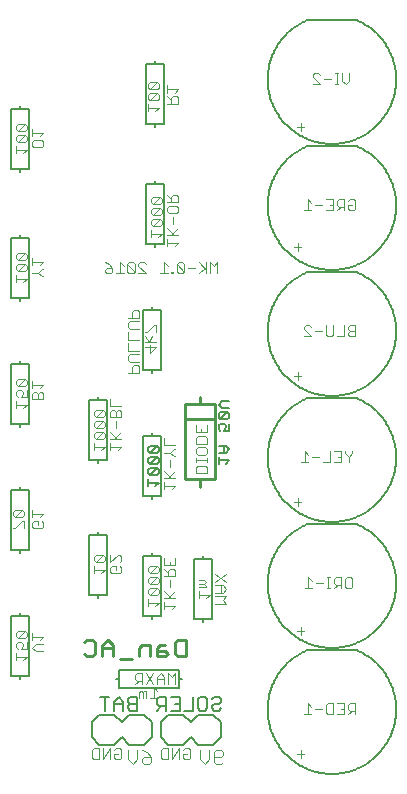
<source format=gbo>
G75*
%MOIN*%
%OFA0B0*%
%FSLAX25Y25*%
%IPPOS*%
%LPD*%
%AMOC8*
5,1,8,0,0,1.08239X$1,22.5*
%
%ADD10C,0.00300*%
%ADD11C,0.01000*%
%ADD12C,0.00800*%
%ADD13C,0.00400*%
%ADD14C,0.00500*%
%ADD15C,0.00600*%
D10*
X0042203Y0042203D02*
X0040969Y0043438D01*
X0042203Y0044672D01*
X0044672Y0044672D01*
X0043438Y0045887D02*
X0044672Y0047121D01*
X0040969Y0047121D01*
X0040969Y0045887D02*
X0040969Y0048355D01*
X0042203Y0042203D02*
X0044672Y0042203D01*
X0067586Y0068203D02*
X0066969Y0068821D01*
X0066969Y0070055D01*
X0067586Y0070672D01*
X0068821Y0070672D01*
X0068821Y0069438D01*
X0070055Y0070672D02*
X0070672Y0070055D01*
X0070672Y0068821D01*
X0070055Y0068203D01*
X0067586Y0068203D01*
X0066969Y0071887D02*
X0069438Y0074355D01*
X0070055Y0074355D01*
X0070672Y0073738D01*
X0070672Y0072504D01*
X0070055Y0071887D01*
X0066969Y0071887D02*
X0066969Y0074355D01*
X0084969Y0073405D02*
X0084969Y0070936D01*
X0088672Y0070936D01*
X0088672Y0073405D01*
X0086821Y0072170D02*
X0086821Y0070936D01*
X0086821Y0069722D02*
X0086203Y0069104D01*
X0086203Y0067253D01*
X0084969Y0067253D02*
X0088672Y0067253D01*
X0088672Y0069104D01*
X0088055Y0069722D01*
X0086821Y0069722D01*
X0086203Y0068487D02*
X0084969Y0069722D01*
X0086821Y0066038D02*
X0086821Y0063570D01*
X0088672Y0062355D02*
X0086203Y0059887D01*
X0086821Y0060504D02*
X0084969Y0062355D01*
X0084969Y0059887D02*
X0088672Y0059887D01*
X0088672Y0057438D02*
X0084969Y0057438D01*
X0084969Y0058672D02*
X0084969Y0056203D01*
X0087438Y0056203D02*
X0088672Y0057438D01*
X0101969Y0058154D02*
X0105672Y0058154D01*
X0104438Y0059388D01*
X0105672Y0060623D01*
X0101969Y0060623D01*
X0101969Y0061837D02*
X0104438Y0061837D01*
X0105672Y0063071D01*
X0104438Y0064306D01*
X0101969Y0064306D01*
X0101969Y0065520D02*
X0105672Y0067989D01*
X0105672Y0065520D02*
X0101969Y0067989D01*
X0103821Y0064306D02*
X0103821Y0061837D01*
X0088669Y0034907D02*
X0087435Y0033672D01*
X0086200Y0034907D01*
X0086200Y0031203D01*
X0084986Y0031203D02*
X0084986Y0033672D01*
X0083752Y0034907D01*
X0082517Y0033672D01*
X0082517Y0031203D01*
X0081303Y0031203D02*
X0078834Y0034907D01*
X0077620Y0034907D02*
X0077620Y0031203D01*
X0078834Y0031203D02*
X0081303Y0034907D01*
X0082517Y0033055D02*
X0084986Y0033055D01*
X0088669Y0031203D02*
X0088669Y0034907D01*
X0077620Y0034907D02*
X0075768Y0034907D01*
X0075151Y0034289D01*
X0075151Y0033055D01*
X0075768Y0032438D01*
X0077620Y0032438D01*
X0076385Y0032438D02*
X0075151Y0031203D01*
X0070052Y0009907D02*
X0070669Y0009289D01*
X0070669Y0006821D01*
X0070052Y0006203D01*
X0068818Y0006203D01*
X0068200Y0006821D01*
X0068200Y0008055D01*
X0069435Y0008055D01*
X0068200Y0009289D02*
X0068818Y0009907D01*
X0070052Y0009907D01*
X0066986Y0009907D02*
X0066986Y0006203D01*
X0064517Y0006203D02*
X0064517Y0009907D01*
X0063303Y0009907D02*
X0063303Y0006203D01*
X0061451Y0006203D01*
X0060834Y0006821D01*
X0060834Y0009289D01*
X0061451Y0009907D01*
X0063303Y0009907D01*
X0066986Y0009907D02*
X0064517Y0006203D01*
X0083834Y0006821D02*
X0083834Y0009289D01*
X0084451Y0009907D01*
X0086303Y0009907D01*
X0086303Y0006203D01*
X0084451Y0006203D01*
X0083834Y0006821D01*
X0087517Y0006203D02*
X0087517Y0009907D01*
X0089986Y0009907D02*
X0087517Y0006203D01*
X0089986Y0006203D02*
X0089986Y0009907D01*
X0091200Y0009289D02*
X0091818Y0009907D01*
X0093052Y0009907D01*
X0093669Y0009289D01*
X0093669Y0006821D01*
X0093052Y0006203D01*
X0091818Y0006203D01*
X0091200Y0006821D01*
X0091200Y0008055D01*
X0092435Y0008055D01*
X0129200Y0008055D02*
X0131669Y0008055D01*
X0130435Y0009289D02*
X0130435Y0006821D01*
X0131468Y0021203D02*
X0133937Y0021203D01*
X0132702Y0021203D02*
X0132702Y0024907D01*
X0133937Y0023672D01*
X0135151Y0023055D02*
X0137620Y0023055D01*
X0138834Y0024289D02*
X0139451Y0024907D01*
X0141303Y0024907D01*
X0141303Y0021203D01*
X0139451Y0021203D01*
X0138834Y0021821D01*
X0138834Y0024289D01*
X0142517Y0024907D02*
X0144986Y0024907D01*
X0144986Y0021203D01*
X0142517Y0021203D01*
X0143752Y0023055D02*
X0144986Y0023055D01*
X0146200Y0023055D02*
X0146818Y0022438D01*
X0148669Y0022438D01*
X0147435Y0022438D02*
X0146200Y0021203D01*
X0146200Y0023055D02*
X0146200Y0024289D01*
X0146818Y0024907D01*
X0148669Y0024907D01*
X0148669Y0021203D01*
X0130435Y0047821D02*
X0130435Y0050289D01*
X0131669Y0049055D02*
X0129200Y0049055D01*
X0131695Y0063203D02*
X0134164Y0063203D01*
X0132930Y0063203D02*
X0132930Y0066907D01*
X0134164Y0065672D01*
X0135379Y0065055D02*
X0137847Y0065055D01*
X0139068Y0066907D02*
X0140303Y0066907D01*
X0139686Y0066907D02*
X0139686Y0063203D01*
X0140303Y0063203D02*
X0139068Y0063203D01*
X0141517Y0063203D02*
X0142752Y0064438D01*
X0142134Y0064438D02*
X0143986Y0064438D01*
X0143986Y0063203D02*
X0143986Y0066907D01*
X0142134Y0066907D01*
X0141517Y0066289D01*
X0141517Y0065055D01*
X0142134Y0064438D01*
X0145200Y0063821D02*
X0145200Y0066289D01*
X0145818Y0066907D01*
X0147052Y0066907D01*
X0147669Y0066289D01*
X0147669Y0063821D01*
X0147052Y0063203D01*
X0145818Y0063203D01*
X0145200Y0063821D01*
X0129435Y0090821D02*
X0129435Y0093289D01*
X0130669Y0092055D02*
X0128200Y0092055D01*
X0130468Y0105203D02*
X0132937Y0105203D01*
X0131702Y0105203D02*
X0131702Y0108907D01*
X0132937Y0107672D01*
X0134151Y0107055D02*
X0136620Y0107055D01*
X0137834Y0105203D02*
X0140303Y0105203D01*
X0140303Y0108907D01*
X0141517Y0108907D02*
X0143986Y0108907D01*
X0143986Y0105203D01*
X0141517Y0105203D01*
X0142752Y0107055D02*
X0143986Y0107055D01*
X0145200Y0108289D02*
X0145200Y0108907D01*
X0145200Y0108289D02*
X0146435Y0107055D01*
X0146435Y0105203D01*
X0146435Y0107055D02*
X0147669Y0108289D01*
X0147669Y0108907D01*
X0129435Y0132821D02*
X0129435Y0135289D01*
X0130669Y0134055D02*
X0128200Y0134055D01*
X0131468Y0147203D02*
X0133937Y0147203D01*
X0131468Y0149672D01*
X0131468Y0150289D01*
X0132085Y0150907D01*
X0133319Y0150907D01*
X0133937Y0150289D01*
X0135151Y0149055D02*
X0137620Y0149055D01*
X0138834Y0147821D02*
X0138834Y0150907D01*
X0141303Y0150907D02*
X0141303Y0147821D01*
X0140686Y0147203D01*
X0139451Y0147203D01*
X0138834Y0147821D01*
X0142517Y0147203D02*
X0144986Y0147203D01*
X0144986Y0150907D01*
X0146200Y0150289D02*
X0146200Y0149672D01*
X0146818Y0149055D01*
X0148669Y0149055D01*
X0146818Y0149055D02*
X0146200Y0148438D01*
X0146200Y0147821D01*
X0146818Y0147203D01*
X0148669Y0147203D01*
X0148669Y0150907D01*
X0146818Y0150907D01*
X0146200Y0150289D01*
X0129435Y0175821D02*
X0129435Y0178289D01*
X0130669Y0177055D02*
X0128200Y0177055D01*
X0131468Y0189203D02*
X0133937Y0189203D01*
X0132702Y0189203D02*
X0132702Y0192907D01*
X0133937Y0191672D01*
X0135151Y0191055D02*
X0137620Y0191055D01*
X0138834Y0192907D02*
X0141303Y0192907D01*
X0141303Y0189203D01*
X0138834Y0189203D01*
X0140068Y0191055D02*
X0141303Y0191055D01*
X0142517Y0191055D02*
X0142517Y0192289D01*
X0143134Y0192907D01*
X0144986Y0192907D01*
X0144986Y0189203D01*
X0144986Y0190438D02*
X0143134Y0190438D01*
X0142517Y0191055D01*
X0143752Y0190438D02*
X0142517Y0189203D01*
X0146200Y0189821D02*
X0146200Y0191055D01*
X0147435Y0191055D01*
X0148669Y0192289D02*
X0148669Y0189821D01*
X0148052Y0189203D01*
X0146818Y0189203D01*
X0146200Y0189821D01*
X0146200Y0192289D02*
X0146818Y0192907D01*
X0148052Y0192907D01*
X0148669Y0192289D01*
X0131669Y0217055D02*
X0129200Y0217055D01*
X0130435Y0218289D02*
X0130435Y0215821D01*
X0134379Y0231203D02*
X0136847Y0231203D01*
X0134379Y0233672D01*
X0134379Y0234289D01*
X0134996Y0234907D01*
X0136230Y0234907D01*
X0136847Y0234289D01*
X0138062Y0233055D02*
X0140531Y0233055D01*
X0141752Y0234907D02*
X0142986Y0234907D01*
X0142369Y0234907D02*
X0142369Y0231203D01*
X0142986Y0231203D02*
X0141752Y0231203D01*
X0144200Y0232438D02*
X0144200Y0234907D01*
X0146669Y0234907D02*
X0146669Y0232438D01*
X0145435Y0231203D01*
X0144200Y0232438D01*
X0102669Y0171907D02*
X0102669Y0168203D01*
X0100200Y0168203D02*
X0100200Y0171907D01*
X0101435Y0170672D01*
X0102669Y0171907D01*
X0098986Y0171907D02*
X0098986Y0168203D01*
X0098986Y0169438D02*
X0096517Y0171907D01*
X0095303Y0170055D02*
X0092834Y0170055D01*
X0091620Y0171289D02*
X0091002Y0171907D01*
X0089768Y0171907D01*
X0089151Y0171289D01*
X0091620Y0168821D01*
X0091002Y0168203D01*
X0089768Y0168203D01*
X0089151Y0168821D01*
X0089151Y0171289D01*
X0091620Y0171289D02*
X0091620Y0168821D01*
X0087937Y0168821D02*
X0087937Y0168203D01*
X0087319Y0168203D01*
X0087319Y0168821D01*
X0087937Y0168821D01*
X0086095Y0168203D02*
X0083626Y0168203D01*
X0084861Y0168203D02*
X0084861Y0171907D01*
X0086095Y0170672D01*
X0085969Y0177203D02*
X0085969Y0179672D01*
X0085969Y0180887D02*
X0089672Y0180887D01*
X0087821Y0181504D02*
X0085969Y0183355D01*
X0087821Y0184570D02*
X0087821Y0187038D01*
X0089055Y0188253D02*
X0086586Y0188253D01*
X0085969Y0188870D01*
X0085969Y0190104D01*
X0086586Y0190722D01*
X0089055Y0190722D01*
X0089672Y0190104D01*
X0089672Y0188870D01*
X0089055Y0188253D01*
X0089672Y0191936D02*
X0085969Y0191936D01*
X0087203Y0191936D02*
X0087203Y0193788D01*
X0087821Y0194405D01*
X0089055Y0194405D01*
X0089672Y0193788D01*
X0089672Y0191936D01*
X0087203Y0193170D02*
X0085969Y0194405D01*
X0089672Y0183355D02*
X0087203Y0180887D01*
X0085969Y0178438D02*
X0089672Y0178438D01*
X0088438Y0177203D01*
X0096517Y0168203D02*
X0098369Y0170055D01*
X0078729Y0171289D02*
X0078111Y0171907D01*
X0076877Y0171907D01*
X0076260Y0171289D01*
X0076260Y0170672D01*
X0078729Y0168203D01*
X0076260Y0168203D01*
X0075046Y0168821D02*
X0072577Y0171289D01*
X0072577Y0168821D01*
X0073194Y0168203D01*
X0074428Y0168203D01*
X0075046Y0168821D01*
X0075046Y0171289D01*
X0074428Y0171907D01*
X0073194Y0171907D01*
X0072577Y0171289D01*
X0071362Y0170672D02*
X0070128Y0171907D01*
X0070128Y0168203D01*
X0071362Y0168203D02*
X0068894Y0168203D01*
X0067679Y0168821D02*
X0067062Y0168203D01*
X0065828Y0168203D01*
X0065210Y0168821D01*
X0065210Y0169438D01*
X0065828Y0170055D01*
X0067679Y0170055D01*
X0067679Y0168821D01*
X0067679Y0170055D02*
X0066445Y0171289D01*
X0065210Y0171907D01*
X0074821Y0155989D02*
X0074204Y0155372D01*
X0074204Y0153520D01*
X0072969Y0153520D02*
X0076672Y0153520D01*
X0076672Y0155372D01*
X0076055Y0155989D01*
X0074821Y0155989D01*
X0073586Y0152306D02*
X0076672Y0152306D01*
X0076672Y0149837D02*
X0073586Y0149837D01*
X0072969Y0150454D01*
X0072969Y0151689D01*
X0073586Y0152306D01*
X0072969Y0148623D02*
X0072969Y0146154D01*
X0076672Y0146154D01*
X0076672Y0142471D02*
X0072969Y0142471D01*
X0072969Y0144940D01*
X0073586Y0141256D02*
X0076672Y0141256D01*
X0076672Y0138788D02*
X0073586Y0138788D01*
X0072969Y0139405D01*
X0072969Y0140639D01*
X0073586Y0141256D01*
X0074821Y0137573D02*
X0074204Y0136956D01*
X0074204Y0135104D01*
X0072969Y0135104D02*
X0076672Y0135104D01*
X0076672Y0136956D01*
X0076055Y0137573D01*
X0074821Y0137573D01*
X0066969Y0126405D02*
X0066969Y0123936D01*
X0070672Y0123936D01*
X0070055Y0122722D02*
X0070672Y0122104D01*
X0070672Y0120253D01*
X0066969Y0120253D01*
X0066969Y0122104D01*
X0067586Y0122722D01*
X0068203Y0122722D01*
X0068821Y0122104D01*
X0068821Y0120253D01*
X0068821Y0119038D02*
X0068821Y0116570D01*
X0070672Y0115355D02*
X0068203Y0112887D01*
X0068821Y0113504D02*
X0066969Y0115355D01*
X0066969Y0112887D02*
X0070672Y0112887D01*
X0070672Y0110438D02*
X0066969Y0110438D01*
X0066969Y0111672D02*
X0066969Y0109203D01*
X0069438Y0109203D02*
X0070672Y0110438D01*
X0068821Y0122104D02*
X0069438Y0122722D01*
X0070055Y0122722D01*
X0084969Y0113405D02*
X0084969Y0110936D01*
X0088672Y0110936D01*
X0088672Y0109722D02*
X0088055Y0109722D01*
X0086821Y0108487D01*
X0084969Y0108487D01*
X0086821Y0108487D02*
X0088055Y0107253D01*
X0088672Y0107253D01*
X0086821Y0106038D02*
X0086821Y0103570D01*
X0088672Y0102355D02*
X0086203Y0099887D01*
X0086821Y0100504D02*
X0084969Y0102355D01*
X0084969Y0099887D02*
X0088672Y0099887D01*
X0088672Y0097438D02*
X0084969Y0097438D01*
X0084969Y0098672D02*
X0084969Y0096203D01*
X0087438Y0096203D02*
X0088672Y0097438D01*
X0095469Y0101703D02*
X0095469Y0103555D01*
X0096086Y0104172D01*
X0098555Y0104172D01*
X0099172Y0103555D01*
X0099172Y0101703D01*
X0095469Y0101703D01*
X0095469Y0105387D02*
X0095469Y0106621D01*
X0095469Y0106004D02*
X0099172Y0106004D01*
X0099172Y0105387D02*
X0099172Y0106621D01*
X0098555Y0107842D02*
X0096086Y0107842D01*
X0095469Y0108459D01*
X0095469Y0109694D01*
X0096086Y0110311D01*
X0098555Y0110311D01*
X0099172Y0109694D01*
X0099172Y0108459D01*
X0098555Y0107842D01*
X0099172Y0111525D02*
X0099172Y0113377D01*
X0098555Y0113994D01*
X0096086Y0113994D01*
X0095469Y0113377D01*
X0095469Y0111525D01*
X0099172Y0111525D01*
X0099172Y0115208D02*
X0095469Y0115208D01*
X0095469Y0117677D01*
X0097321Y0116443D02*
X0097321Y0115208D01*
X0099172Y0115208D02*
X0099172Y0117677D01*
X0044672Y0126203D02*
X0044672Y0128055D01*
X0044055Y0128672D01*
X0043438Y0128672D01*
X0042821Y0128055D01*
X0042821Y0126203D01*
X0044672Y0126203D02*
X0040969Y0126203D01*
X0040969Y0128055D01*
X0041586Y0128672D01*
X0042203Y0128672D01*
X0042821Y0128055D01*
X0043438Y0129887D02*
X0044672Y0131121D01*
X0040969Y0131121D01*
X0040969Y0129887D02*
X0040969Y0132355D01*
X0044055Y0167203D02*
X0042821Y0168438D01*
X0040969Y0168438D01*
X0042821Y0168438D02*
X0044055Y0169672D01*
X0044672Y0169672D01*
X0043438Y0170887D02*
X0044672Y0172121D01*
X0040969Y0172121D01*
X0040969Y0170887D02*
X0040969Y0173355D01*
X0044055Y0167203D02*
X0044672Y0167203D01*
X0044055Y0210203D02*
X0041586Y0210203D01*
X0040969Y0210821D01*
X0040969Y0212055D01*
X0041586Y0212672D01*
X0044055Y0212672D01*
X0044672Y0212055D01*
X0044672Y0210821D01*
X0044055Y0210203D01*
X0043438Y0213887D02*
X0044672Y0215121D01*
X0040969Y0215121D01*
X0040969Y0213887D02*
X0040969Y0216355D01*
X0085969Y0224837D02*
X0089672Y0224837D01*
X0089672Y0226689D01*
X0089055Y0227306D01*
X0087821Y0227306D01*
X0087203Y0226689D01*
X0087203Y0224837D01*
X0087203Y0226071D02*
X0085969Y0227306D01*
X0085969Y0228520D02*
X0085969Y0230989D01*
X0085969Y0229755D02*
X0089672Y0229755D01*
X0088438Y0228520D01*
X0040969Y0089355D02*
X0040969Y0086887D01*
X0040969Y0088121D02*
X0044672Y0088121D01*
X0043438Y0086887D01*
X0044055Y0085672D02*
X0044672Y0085055D01*
X0044672Y0083821D01*
X0044055Y0083203D01*
X0041586Y0083203D01*
X0040969Y0083821D01*
X0040969Y0085055D01*
X0041586Y0085672D01*
X0042821Y0085672D01*
X0042821Y0084438D01*
D11*
X0059131Y0046158D02*
X0060999Y0046158D01*
X0061933Y0045224D01*
X0061933Y0041487D01*
X0060999Y0040553D01*
X0059131Y0040553D01*
X0058197Y0041487D01*
X0058197Y0045224D02*
X0059131Y0046158D01*
X0064274Y0044290D02*
X0064274Y0040553D01*
X0064274Y0043356D02*
X0068010Y0043356D01*
X0068010Y0044290D02*
X0068010Y0040553D01*
X0070351Y0039619D02*
X0074088Y0039619D01*
X0076428Y0040553D02*
X0076428Y0043356D01*
X0077362Y0044290D01*
X0080165Y0044290D01*
X0080165Y0040553D01*
X0082505Y0040553D02*
X0085308Y0040553D01*
X0086242Y0041487D01*
X0085308Y0042422D01*
X0082505Y0042422D01*
X0082505Y0043356D02*
X0082505Y0040553D01*
X0082505Y0043356D02*
X0083440Y0044290D01*
X0085308Y0044290D01*
X0088583Y0045224D02*
X0088583Y0041487D01*
X0089517Y0040553D01*
X0092319Y0040553D01*
X0092319Y0046158D01*
X0089517Y0046158D01*
X0088583Y0045224D01*
X0068010Y0044290D02*
X0066142Y0046158D01*
X0064274Y0044290D01*
X0096819Y0097053D02*
X0096819Y0099553D01*
X0091819Y0099553D01*
X0091819Y0119553D01*
X0101819Y0119553D01*
X0101819Y0099553D01*
X0096819Y0099553D01*
X0091819Y0119553D02*
X0091819Y0124553D01*
X0096819Y0124553D01*
X0096819Y0127053D01*
X0096819Y0124553D02*
X0101819Y0124553D01*
X0101819Y0119553D01*
D12*
X0036819Y0034053D02*
X0033819Y0034053D01*
X0033819Y0054053D01*
X0036819Y0054053D01*
X0036819Y0055053D01*
X0036819Y0054053D02*
X0039819Y0054053D01*
X0039819Y0034053D01*
X0036819Y0034053D01*
X0036819Y0033053D01*
X0059819Y0061053D02*
X0062819Y0061053D01*
X0062819Y0060053D01*
X0062819Y0061053D02*
X0065819Y0061053D01*
X0065819Y0081053D01*
X0062819Y0081053D01*
X0062819Y0082053D01*
X0062819Y0081053D02*
X0059819Y0081053D01*
X0059819Y0061053D01*
X0069819Y0036053D02*
X0069819Y0033053D01*
X0068819Y0033053D01*
X0069819Y0033053D02*
X0069819Y0030053D01*
X0089819Y0030053D01*
X0089819Y0033053D01*
X0090819Y0033053D01*
X0089819Y0033053D02*
X0089819Y0036053D01*
X0069819Y0036053D01*
X0068319Y0021053D02*
X0063319Y0021053D01*
X0060819Y0018553D01*
X0060819Y0013553D01*
X0063319Y0011053D01*
X0068319Y0011053D01*
X0070819Y0013553D01*
X0073319Y0011053D01*
X0078319Y0011053D01*
X0080819Y0013553D01*
X0080819Y0018553D01*
X0078319Y0021053D01*
X0073319Y0021053D01*
X0070819Y0018553D01*
X0068319Y0021053D01*
X0083819Y0018553D02*
X0083819Y0013553D01*
X0086319Y0011053D01*
X0091319Y0011053D01*
X0093819Y0013553D01*
X0096319Y0011053D01*
X0101319Y0011053D01*
X0103819Y0013553D01*
X0103819Y0018553D01*
X0101319Y0021053D01*
X0096319Y0021053D01*
X0093819Y0018553D01*
X0091319Y0021053D01*
X0086319Y0021053D01*
X0083819Y0018553D01*
X0080819Y0053053D02*
X0080819Y0054053D01*
X0083819Y0054053D01*
X0083819Y0074053D01*
X0080819Y0074053D01*
X0080819Y0075053D01*
X0080819Y0074053D02*
X0077819Y0074053D01*
X0077819Y0054053D01*
X0080819Y0054053D01*
X0094819Y0053053D02*
X0097819Y0053053D01*
X0097819Y0052053D01*
X0097819Y0053053D02*
X0100819Y0053053D01*
X0100819Y0073053D01*
X0097819Y0073053D01*
X0097819Y0074053D01*
X0097819Y0073053D02*
X0094819Y0073053D01*
X0094819Y0053053D01*
X0080819Y0093053D02*
X0080819Y0094053D01*
X0083819Y0094053D01*
X0083819Y0114053D01*
X0080819Y0114053D01*
X0080819Y0115053D01*
X0080819Y0114053D02*
X0077819Y0114053D01*
X0077819Y0094053D01*
X0080819Y0094053D01*
X0065819Y0106053D02*
X0062819Y0106053D01*
X0062819Y0105053D01*
X0062819Y0106053D02*
X0059819Y0106053D01*
X0059819Y0126053D01*
X0062819Y0126053D01*
X0062819Y0127053D01*
X0062819Y0126053D02*
X0065819Y0126053D01*
X0065819Y0106053D01*
X0080819Y0135053D02*
X0080819Y0136053D01*
X0083819Y0136053D01*
X0083819Y0156053D01*
X0080819Y0156053D01*
X0080819Y0157053D01*
X0080819Y0156053D02*
X0077819Y0156053D01*
X0077819Y0136053D01*
X0080819Y0136053D01*
X0081819Y0177053D02*
X0081819Y0178053D01*
X0078819Y0178053D01*
X0078819Y0198053D01*
X0081819Y0198053D01*
X0081819Y0199053D01*
X0081819Y0198053D02*
X0084819Y0198053D01*
X0084819Y0178053D01*
X0081819Y0178053D01*
X0081819Y0217053D02*
X0081819Y0218053D01*
X0078819Y0218053D01*
X0078819Y0238053D01*
X0081819Y0238053D01*
X0081819Y0239053D01*
X0081819Y0238053D02*
X0084819Y0238053D01*
X0084819Y0218053D01*
X0081819Y0218053D01*
X0039819Y0223053D02*
X0039819Y0203053D01*
X0036819Y0203053D01*
X0036819Y0202053D01*
X0036819Y0203053D02*
X0033819Y0203053D01*
X0033819Y0223053D01*
X0036819Y0223053D01*
X0036819Y0224053D01*
X0036819Y0223053D02*
X0039819Y0223053D01*
X0036819Y0181053D02*
X0036819Y0180053D01*
X0033819Y0180053D01*
X0033819Y0160053D01*
X0036819Y0160053D01*
X0036819Y0159053D01*
X0036819Y0160053D02*
X0039819Y0160053D01*
X0039819Y0180053D01*
X0036819Y0180053D01*
X0036819Y0139053D02*
X0036819Y0138053D01*
X0033819Y0138053D01*
X0033819Y0118053D01*
X0036819Y0118053D01*
X0036819Y0117053D01*
X0036819Y0118053D02*
X0039819Y0118053D01*
X0039819Y0138053D01*
X0036819Y0138053D01*
X0036819Y0097053D02*
X0036819Y0096053D01*
X0033819Y0096053D01*
X0033819Y0076053D01*
X0036819Y0076053D01*
X0036819Y0075053D01*
X0036819Y0076053D02*
X0039819Y0076053D01*
X0039819Y0096053D01*
X0036819Y0096053D01*
X0132945Y0084738D02*
X0148693Y0084738D01*
X0149178Y0084540D01*
X0149658Y0084329D01*
X0150133Y0084107D01*
X0150602Y0083873D01*
X0151065Y0083628D01*
X0151522Y0083372D01*
X0151973Y0083105D01*
X0152417Y0082826D01*
X0152854Y0082537D01*
X0153284Y0082237D01*
X0153707Y0081927D01*
X0154121Y0081606D01*
X0154528Y0081276D01*
X0154927Y0080936D01*
X0155317Y0080586D01*
X0155698Y0080226D01*
X0156071Y0079857D01*
X0156434Y0079480D01*
X0156788Y0079093D01*
X0157133Y0078698D01*
X0157467Y0078295D01*
X0157792Y0077884D01*
X0158107Y0077464D01*
X0158411Y0077038D01*
X0158705Y0076604D01*
X0158988Y0076162D01*
X0159260Y0075714D01*
X0159521Y0075260D01*
X0159771Y0074799D01*
X0160009Y0074333D01*
X0160236Y0073860D01*
X0160452Y0073382D01*
X0160655Y0072899D01*
X0160847Y0072412D01*
X0161027Y0071919D01*
X0161195Y0071423D01*
X0161350Y0070922D01*
X0161493Y0070418D01*
X0161624Y0069911D01*
X0161742Y0069400D01*
X0161848Y0068887D01*
X0161941Y0068371D01*
X0162022Y0067853D01*
X0162090Y0067333D01*
X0162145Y0066812D01*
X0162187Y0066290D01*
X0162217Y0065766D01*
X0162234Y0065243D01*
X0162238Y0064718D01*
X0162229Y0064194D01*
X0162207Y0063671D01*
X0162173Y0063148D01*
X0162125Y0062626D01*
X0162065Y0062105D01*
X0161993Y0061586D01*
X0161907Y0061069D01*
X0161809Y0060554D01*
X0161698Y0060042D01*
X0161575Y0059532D01*
X0161440Y0059026D01*
X0161292Y0058523D01*
X0161132Y0058024D01*
X0160959Y0057529D01*
X0160775Y0057039D01*
X0160579Y0056553D01*
X0160370Y0056072D01*
X0160151Y0055596D01*
X0159919Y0055126D01*
X0159676Y0054661D01*
X0159422Y0054203D01*
X0159157Y0053751D01*
X0158880Y0053306D01*
X0158593Y0052867D01*
X0158295Y0052436D01*
X0157987Y0052012D01*
X0157669Y0051596D01*
X0157340Y0051187D01*
X0157002Y0050787D01*
X0156654Y0050395D01*
X0156296Y0050012D01*
X0155929Y0049638D01*
X0155553Y0049273D01*
X0155168Y0048917D01*
X0154775Y0048571D01*
X0154373Y0048234D01*
X0153963Y0047907D01*
X0153545Y0047591D01*
X0153120Y0047285D01*
X0152687Y0046989D01*
X0152248Y0046704D01*
X0151801Y0046430D01*
X0151348Y0046166D01*
X0150888Y0045914D01*
X0150423Y0045674D01*
X0149951Y0045444D01*
X0149474Y0045227D01*
X0148992Y0045021D01*
X0148506Y0044827D01*
X0148014Y0044645D01*
X0147518Y0044475D01*
X0147019Y0044317D01*
X0146515Y0044171D01*
X0146008Y0044038D01*
X0145498Y0043917D01*
X0144985Y0043809D01*
X0144470Y0043713D01*
X0143952Y0043630D01*
X0143433Y0043560D01*
X0142912Y0043503D01*
X0142390Y0043458D01*
X0141867Y0043426D01*
X0141343Y0043406D01*
X0140819Y0043400D01*
X0140295Y0043406D01*
X0139771Y0043426D01*
X0139248Y0043458D01*
X0138726Y0043503D01*
X0138205Y0043560D01*
X0137686Y0043630D01*
X0137168Y0043713D01*
X0136653Y0043809D01*
X0136140Y0043917D01*
X0135630Y0044038D01*
X0135123Y0044171D01*
X0134619Y0044317D01*
X0134120Y0044475D01*
X0133624Y0044645D01*
X0133132Y0044827D01*
X0132646Y0045021D01*
X0132164Y0045227D01*
X0131687Y0045444D01*
X0131215Y0045674D01*
X0130750Y0045914D01*
X0130290Y0046166D01*
X0129837Y0046430D01*
X0129390Y0046704D01*
X0128951Y0046989D01*
X0128518Y0047285D01*
X0128093Y0047591D01*
X0127675Y0047907D01*
X0127265Y0048234D01*
X0126863Y0048571D01*
X0126470Y0048917D01*
X0126085Y0049273D01*
X0125709Y0049638D01*
X0125342Y0050012D01*
X0124984Y0050395D01*
X0124636Y0050787D01*
X0124298Y0051187D01*
X0123969Y0051596D01*
X0123651Y0052012D01*
X0123343Y0052436D01*
X0123045Y0052867D01*
X0122758Y0053306D01*
X0122481Y0053751D01*
X0122216Y0054203D01*
X0121962Y0054661D01*
X0121719Y0055126D01*
X0121487Y0055596D01*
X0121268Y0056072D01*
X0121059Y0056553D01*
X0120863Y0057039D01*
X0120679Y0057529D01*
X0120506Y0058024D01*
X0120346Y0058523D01*
X0120198Y0059026D01*
X0120063Y0059532D01*
X0119940Y0060042D01*
X0119829Y0060554D01*
X0119731Y0061069D01*
X0119645Y0061586D01*
X0119573Y0062105D01*
X0119513Y0062626D01*
X0119465Y0063148D01*
X0119431Y0063671D01*
X0119409Y0064194D01*
X0119400Y0064718D01*
X0119404Y0065243D01*
X0119421Y0065766D01*
X0119451Y0066290D01*
X0119493Y0066812D01*
X0119548Y0067333D01*
X0119616Y0067853D01*
X0119697Y0068371D01*
X0119790Y0068887D01*
X0119896Y0069400D01*
X0120014Y0069911D01*
X0120145Y0070418D01*
X0120288Y0070922D01*
X0120443Y0071423D01*
X0120611Y0071919D01*
X0120791Y0072412D01*
X0120983Y0072899D01*
X0121186Y0073382D01*
X0121402Y0073860D01*
X0121629Y0074333D01*
X0121867Y0074799D01*
X0122117Y0075260D01*
X0122378Y0075714D01*
X0122650Y0076162D01*
X0122933Y0076604D01*
X0123227Y0077038D01*
X0123531Y0077464D01*
X0123846Y0077884D01*
X0124171Y0078295D01*
X0124505Y0078698D01*
X0124850Y0079093D01*
X0125204Y0079480D01*
X0125567Y0079857D01*
X0125940Y0080226D01*
X0126321Y0080586D01*
X0126711Y0080936D01*
X0127110Y0081276D01*
X0127517Y0081606D01*
X0127931Y0081927D01*
X0128354Y0082237D01*
X0128784Y0082537D01*
X0129221Y0082826D01*
X0129665Y0083105D01*
X0130116Y0083372D01*
X0130573Y0083628D01*
X0131036Y0083873D01*
X0131505Y0084107D01*
X0131980Y0084329D01*
X0132460Y0084540D01*
X0132945Y0084738D01*
X0132945Y0126738D02*
X0132460Y0126540D01*
X0131980Y0126329D01*
X0131505Y0126107D01*
X0131036Y0125873D01*
X0130573Y0125628D01*
X0130116Y0125372D01*
X0129665Y0125105D01*
X0129221Y0124826D01*
X0128784Y0124537D01*
X0128354Y0124237D01*
X0127931Y0123927D01*
X0127517Y0123606D01*
X0127110Y0123276D01*
X0126711Y0122936D01*
X0126321Y0122586D01*
X0125940Y0122226D01*
X0125567Y0121857D01*
X0125204Y0121480D01*
X0124850Y0121093D01*
X0124505Y0120698D01*
X0124171Y0120295D01*
X0123846Y0119884D01*
X0123531Y0119464D01*
X0123227Y0119038D01*
X0122933Y0118604D01*
X0122650Y0118162D01*
X0122378Y0117714D01*
X0122117Y0117260D01*
X0121867Y0116799D01*
X0121629Y0116333D01*
X0121402Y0115860D01*
X0121186Y0115382D01*
X0120983Y0114899D01*
X0120791Y0114412D01*
X0120611Y0113919D01*
X0120443Y0113423D01*
X0120288Y0112922D01*
X0120145Y0112418D01*
X0120014Y0111911D01*
X0119896Y0111400D01*
X0119790Y0110887D01*
X0119697Y0110371D01*
X0119616Y0109853D01*
X0119548Y0109333D01*
X0119493Y0108812D01*
X0119451Y0108290D01*
X0119421Y0107766D01*
X0119404Y0107243D01*
X0119400Y0106718D01*
X0119409Y0106194D01*
X0119431Y0105671D01*
X0119465Y0105148D01*
X0119513Y0104626D01*
X0119573Y0104105D01*
X0119645Y0103586D01*
X0119731Y0103069D01*
X0119829Y0102554D01*
X0119940Y0102042D01*
X0120063Y0101532D01*
X0120198Y0101026D01*
X0120346Y0100523D01*
X0120506Y0100024D01*
X0120679Y0099529D01*
X0120863Y0099039D01*
X0121059Y0098553D01*
X0121268Y0098072D01*
X0121487Y0097596D01*
X0121719Y0097126D01*
X0121962Y0096661D01*
X0122216Y0096203D01*
X0122481Y0095751D01*
X0122758Y0095306D01*
X0123045Y0094867D01*
X0123343Y0094436D01*
X0123651Y0094012D01*
X0123969Y0093596D01*
X0124298Y0093187D01*
X0124636Y0092787D01*
X0124984Y0092395D01*
X0125342Y0092012D01*
X0125709Y0091638D01*
X0126085Y0091273D01*
X0126470Y0090917D01*
X0126863Y0090571D01*
X0127265Y0090234D01*
X0127675Y0089907D01*
X0128093Y0089591D01*
X0128518Y0089285D01*
X0128951Y0088989D01*
X0129390Y0088704D01*
X0129837Y0088430D01*
X0130290Y0088166D01*
X0130750Y0087914D01*
X0131215Y0087674D01*
X0131687Y0087444D01*
X0132164Y0087227D01*
X0132646Y0087021D01*
X0133132Y0086827D01*
X0133624Y0086645D01*
X0134120Y0086475D01*
X0134619Y0086317D01*
X0135123Y0086171D01*
X0135630Y0086038D01*
X0136140Y0085917D01*
X0136653Y0085809D01*
X0137168Y0085713D01*
X0137686Y0085630D01*
X0138205Y0085560D01*
X0138726Y0085503D01*
X0139248Y0085458D01*
X0139771Y0085426D01*
X0140295Y0085406D01*
X0140819Y0085400D01*
X0141343Y0085406D01*
X0141867Y0085426D01*
X0142390Y0085458D01*
X0142912Y0085503D01*
X0143433Y0085560D01*
X0143952Y0085630D01*
X0144470Y0085713D01*
X0144985Y0085809D01*
X0145498Y0085917D01*
X0146008Y0086038D01*
X0146515Y0086171D01*
X0147019Y0086317D01*
X0147518Y0086475D01*
X0148014Y0086645D01*
X0148506Y0086827D01*
X0148992Y0087021D01*
X0149474Y0087227D01*
X0149951Y0087444D01*
X0150423Y0087674D01*
X0150888Y0087914D01*
X0151348Y0088166D01*
X0151801Y0088430D01*
X0152248Y0088704D01*
X0152687Y0088989D01*
X0153120Y0089285D01*
X0153545Y0089591D01*
X0153963Y0089907D01*
X0154373Y0090234D01*
X0154775Y0090571D01*
X0155168Y0090917D01*
X0155553Y0091273D01*
X0155929Y0091638D01*
X0156296Y0092012D01*
X0156654Y0092395D01*
X0157002Y0092787D01*
X0157340Y0093187D01*
X0157669Y0093596D01*
X0157987Y0094012D01*
X0158295Y0094436D01*
X0158593Y0094867D01*
X0158880Y0095306D01*
X0159157Y0095751D01*
X0159422Y0096203D01*
X0159676Y0096661D01*
X0159919Y0097126D01*
X0160151Y0097596D01*
X0160370Y0098072D01*
X0160579Y0098553D01*
X0160775Y0099039D01*
X0160959Y0099529D01*
X0161132Y0100024D01*
X0161292Y0100523D01*
X0161440Y0101026D01*
X0161575Y0101532D01*
X0161698Y0102042D01*
X0161809Y0102554D01*
X0161907Y0103069D01*
X0161993Y0103586D01*
X0162065Y0104105D01*
X0162125Y0104626D01*
X0162173Y0105148D01*
X0162207Y0105671D01*
X0162229Y0106194D01*
X0162238Y0106718D01*
X0162234Y0107243D01*
X0162217Y0107766D01*
X0162187Y0108290D01*
X0162145Y0108812D01*
X0162090Y0109333D01*
X0162022Y0109853D01*
X0161941Y0110371D01*
X0161848Y0110887D01*
X0161742Y0111400D01*
X0161624Y0111911D01*
X0161493Y0112418D01*
X0161350Y0112922D01*
X0161195Y0113423D01*
X0161027Y0113919D01*
X0160847Y0114412D01*
X0160655Y0114899D01*
X0160452Y0115382D01*
X0160236Y0115860D01*
X0160009Y0116333D01*
X0159771Y0116799D01*
X0159521Y0117260D01*
X0159260Y0117714D01*
X0158988Y0118162D01*
X0158705Y0118604D01*
X0158411Y0119038D01*
X0158107Y0119464D01*
X0157792Y0119884D01*
X0157467Y0120295D01*
X0157133Y0120698D01*
X0156788Y0121093D01*
X0156434Y0121480D01*
X0156071Y0121857D01*
X0155698Y0122226D01*
X0155317Y0122586D01*
X0154927Y0122936D01*
X0154528Y0123276D01*
X0154121Y0123606D01*
X0153707Y0123927D01*
X0153284Y0124237D01*
X0152854Y0124537D01*
X0152417Y0124826D01*
X0151973Y0125105D01*
X0151522Y0125372D01*
X0151065Y0125628D01*
X0150602Y0125873D01*
X0150133Y0126107D01*
X0149658Y0126329D01*
X0149178Y0126540D01*
X0148693Y0126738D01*
X0132945Y0126738D01*
X0132945Y0168738D02*
X0132460Y0168540D01*
X0131980Y0168329D01*
X0131505Y0168107D01*
X0131036Y0167873D01*
X0130573Y0167628D01*
X0130116Y0167372D01*
X0129665Y0167105D01*
X0129221Y0166826D01*
X0128784Y0166537D01*
X0128354Y0166237D01*
X0127931Y0165927D01*
X0127517Y0165606D01*
X0127110Y0165276D01*
X0126711Y0164936D01*
X0126321Y0164586D01*
X0125940Y0164226D01*
X0125567Y0163857D01*
X0125204Y0163480D01*
X0124850Y0163093D01*
X0124505Y0162698D01*
X0124171Y0162295D01*
X0123846Y0161884D01*
X0123531Y0161464D01*
X0123227Y0161038D01*
X0122933Y0160604D01*
X0122650Y0160162D01*
X0122378Y0159714D01*
X0122117Y0159260D01*
X0121867Y0158799D01*
X0121629Y0158333D01*
X0121402Y0157860D01*
X0121186Y0157382D01*
X0120983Y0156899D01*
X0120791Y0156412D01*
X0120611Y0155919D01*
X0120443Y0155423D01*
X0120288Y0154922D01*
X0120145Y0154418D01*
X0120014Y0153911D01*
X0119896Y0153400D01*
X0119790Y0152887D01*
X0119697Y0152371D01*
X0119616Y0151853D01*
X0119548Y0151333D01*
X0119493Y0150812D01*
X0119451Y0150290D01*
X0119421Y0149766D01*
X0119404Y0149243D01*
X0119400Y0148718D01*
X0119409Y0148194D01*
X0119431Y0147671D01*
X0119465Y0147148D01*
X0119513Y0146626D01*
X0119573Y0146105D01*
X0119645Y0145586D01*
X0119731Y0145069D01*
X0119829Y0144554D01*
X0119940Y0144042D01*
X0120063Y0143532D01*
X0120198Y0143026D01*
X0120346Y0142523D01*
X0120506Y0142024D01*
X0120679Y0141529D01*
X0120863Y0141039D01*
X0121059Y0140553D01*
X0121268Y0140072D01*
X0121487Y0139596D01*
X0121719Y0139126D01*
X0121962Y0138661D01*
X0122216Y0138203D01*
X0122481Y0137751D01*
X0122758Y0137306D01*
X0123045Y0136867D01*
X0123343Y0136436D01*
X0123651Y0136012D01*
X0123969Y0135596D01*
X0124298Y0135187D01*
X0124636Y0134787D01*
X0124984Y0134395D01*
X0125342Y0134012D01*
X0125709Y0133638D01*
X0126085Y0133273D01*
X0126470Y0132917D01*
X0126863Y0132571D01*
X0127265Y0132234D01*
X0127675Y0131907D01*
X0128093Y0131591D01*
X0128518Y0131285D01*
X0128951Y0130989D01*
X0129390Y0130704D01*
X0129837Y0130430D01*
X0130290Y0130166D01*
X0130750Y0129914D01*
X0131215Y0129674D01*
X0131687Y0129444D01*
X0132164Y0129227D01*
X0132646Y0129021D01*
X0133132Y0128827D01*
X0133624Y0128645D01*
X0134120Y0128475D01*
X0134619Y0128317D01*
X0135123Y0128171D01*
X0135630Y0128038D01*
X0136140Y0127917D01*
X0136653Y0127809D01*
X0137168Y0127713D01*
X0137686Y0127630D01*
X0138205Y0127560D01*
X0138726Y0127503D01*
X0139248Y0127458D01*
X0139771Y0127426D01*
X0140295Y0127406D01*
X0140819Y0127400D01*
X0141343Y0127406D01*
X0141867Y0127426D01*
X0142390Y0127458D01*
X0142912Y0127503D01*
X0143433Y0127560D01*
X0143952Y0127630D01*
X0144470Y0127713D01*
X0144985Y0127809D01*
X0145498Y0127917D01*
X0146008Y0128038D01*
X0146515Y0128171D01*
X0147019Y0128317D01*
X0147518Y0128475D01*
X0148014Y0128645D01*
X0148506Y0128827D01*
X0148992Y0129021D01*
X0149474Y0129227D01*
X0149951Y0129444D01*
X0150423Y0129674D01*
X0150888Y0129914D01*
X0151348Y0130166D01*
X0151801Y0130430D01*
X0152248Y0130704D01*
X0152687Y0130989D01*
X0153120Y0131285D01*
X0153545Y0131591D01*
X0153963Y0131907D01*
X0154373Y0132234D01*
X0154775Y0132571D01*
X0155168Y0132917D01*
X0155553Y0133273D01*
X0155929Y0133638D01*
X0156296Y0134012D01*
X0156654Y0134395D01*
X0157002Y0134787D01*
X0157340Y0135187D01*
X0157669Y0135596D01*
X0157987Y0136012D01*
X0158295Y0136436D01*
X0158593Y0136867D01*
X0158880Y0137306D01*
X0159157Y0137751D01*
X0159422Y0138203D01*
X0159676Y0138661D01*
X0159919Y0139126D01*
X0160151Y0139596D01*
X0160370Y0140072D01*
X0160579Y0140553D01*
X0160775Y0141039D01*
X0160959Y0141529D01*
X0161132Y0142024D01*
X0161292Y0142523D01*
X0161440Y0143026D01*
X0161575Y0143532D01*
X0161698Y0144042D01*
X0161809Y0144554D01*
X0161907Y0145069D01*
X0161993Y0145586D01*
X0162065Y0146105D01*
X0162125Y0146626D01*
X0162173Y0147148D01*
X0162207Y0147671D01*
X0162229Y0148194D01*
X0162238Y0148718D01*
X0162234Y0149243D01*
X0162217Y0149766D01*
X0162187Y0150290D01*
X0162145Y0150812D01*
X0162090Y0151333D01*
X0162022Y0151853D01*
X0161941Y0152371D01*
X0161848Y0152887D01*
X0161742Y0153400D01*
X0161624Y0153911D01*
X0161493Y0154418D01*
X0161350Y0154922D01*
X0161195Y0155423D01*
X0161027Y0155919D01*
X0160847Y0156412D01*
X0160655Y0156899D01*
X0160452Y0157382D01*
X0160236Y0157860D01*
X0160009Y0158333D01*
X0159771Y0158799D01*
X0159521Y0159260D01*
X0159260Y0159714D01*
X0158988Y0160162D01*
X0158705Y0160604D01*
X0158411Y0161038D01*
X0158107Y0161464D01*
X0157792Y0161884D01*
X0157467Y0162295D01*
X0157133Y0162698D01*
X0156788Y0163093D01*
X0156434Y0163480D01*
X0156071Y0163857D01*
X0155698Y0164226D01*
X0155317Y0164586D01*
X0154927Y0164936D01*
X0154528Y0165276D01*
X0154121Y0165606D01*
X0153707Y0165927D01*
X0153284Y0166237D01*
X0152854Y0166537D01*
X0152417Y0166826D01*
X0151973Y0167105D01*
X0151522Y0167372D01*
X0151065Y0167628D01*
X0150602Y0167873D01*
X0150133Y0168107D01*
X0149658Y0168329D01*
X0149178Y0168540D01*
X0148693Y0168738D01*
X0132945Y0168738D01*
X0132945Y0210738D02*
X0132460Y0210540D01*
X0131980Y0210329D01*
X0131505Y0210107D01*
X0131036Y0209873D01*
X0130573Y0209628D01*
X0130116Y0209372D01*
X0129665Y0209105D01*
X0129221Y0208826D01*
X0128784Y0208537D01*
X0128354Y0208237D01*
X0127931Y0207927D01*
X0127517Y0207606D01*
X0127110Y0207276D01*
X0126711Y0206936D01*
X0126321Y0206586D01*
X0125940Y0206226D01*
X0125567Y0205857D01*
X0125204Y0205480D01*
X0124850Y0205093D01*
X0124505Y0204698D01*
X0124171Y0204295D01*
X0123846Y0203884D01*
X0123531Y0203464D01*
X0123227Y0203038D01*
X0122933Y0202604D01*
X0122650Y0202162D01*
X0122378Y0201714D01*
X0122117Y0201260D01*
X0121867Y0200799D01*
X0121629Y0200333D01*
X0121402Y0199860D01*
X0121186Y0199382D01*
X0120983Y0198899D01*
X0120791Y0198412D01*
X0120611Y0197919D01*
X0120443Y0197423D01*
X0120288Y0196922D01*
X0120145Y0196418D01*
X0120014Y0195911D01*
X0119896Y0195400D01*
X0119790Y0194887D01*
X0119697Y0194371D01*
X0119616Y0193853D01*
X0119548Y0193333D01*
X0119493Y0192812D01*
X0119451Y0192290D01*
X0119421Y0191766D01*
X0119404Y0191243D01*
X0119400Y0190718D01*
X0119409Y0190194D01*
X0119431Y0189671D01*
X0119465Y0189148D01*
X0119513Y0188626D01*
X0119573Y0188105D01*
X0119645Y0187586D01*
X0119731Y0187069D01*
X0119829Y0186554D01*
X0119940Y0186042D01*
X0120063Y0185532D01*
X0120198Y0185026D01*
X0120346Y0184523D01*
X0120506Y0184024D01*
X0120679Y0183529D01*
X0120863Y0183039D01*
X0121059Y0182553D01*
X0121268Y0182072D01*
X0121487Y0181596D01*
X0121719Y0181126D01*
X0121962Y0180661D01*
X0122216Y0180203D01*
X0122481Y0179751D01*
X0122758Y0179306D01*
X0123045Y0178867D01*
X0123343Y0178436D01*
X0123651Y0178012D01*
X0123969Y0177596D01*
X0124298Y0177187D01*
X0124636Y0176787D01*
X0124984Y0176395D01*
X0125342Y0176012D01*
X0125709Y0175638D01*
X0126085Y0175273D01*
X0126470Y0174917D01*
X0126863Y0174571D01*
X0127265Y0174234D01*
X0127675Y0173907D01*
X0128093Y0173591D01*
X0128518Y0173285D01*
X0128951Y0172989D01*
X0129390Y0172704D01*
X0129837Y0172430D01*
X0130290Y0172166D01*
X0130750Y0171914D01*
X0131215Y0171674D01*
X0131687Y0171444D01*
X0132164Y0171227D01*
X0132646Y0171021D01*
X0133132Y0170827D01*
X0133624Y0170645D01*
X0134120Y0170475D01*
X0134619Y0170317D01*
X0135123Y0170171D01*
X0135630Y0170038D01*
X0136140Y0169917D01*
X0136653Y0169809D01*
X0137168Y0169713D01*
X0137686Y0169630D01*
X0138205Y0169560D01*
X0138726Y0169503D01*
X0139248Y0169458D01*
X0139771Y0169426D01*
X0140295Y0169406D01*
X0140819Y0169400D01*
X0141343Y0169406D01*
X0141867Y0169426D01*
X0142390Y0169458D01*
X0142912Y0169503D01*
X0143433Y0169560D01*
X0143952Y0169630D01*
X0144470Y0169713D01*
X0144985Y0169809D01*
X0145498Y0169917D01*
X0146008Y0170038D01*
X0146515Y0170171D01*
X0147019Y0170317D01*
X0147518Y0170475D01*
X0148014Y0170645D01*
X0148506Y0170827D01*
X0148992Y0171021D01*
X0149474Y0171227D01*
X0149951Y0171444D01*
X0150423Y0171674D01*
X0150888Y0171914D01*
X0151348Y0172166D01*
X0151801Y0172430D01*
X0152248Y0172704D01*
X0152687Y0172989D01*
X0153120Y0173285D01*
X0153545Y0173591D01*
X0153963Y0173907D01*
X0154373Y0174234D01*
X0154775Y0174571D01*
X0155168Y0174917D01*
X0155553Y0175273D01*
X0155929Y0175638D01*
X0156296Y0176012D01*
X0156654Y0176395D01*
X0157002Y0176787D01*
X0157340Y0177187D01*
X0157669Y0177596D01*
X0157987Y0178012D01*
X0158295Y0178436D01*
X0158593Y0178867D01*
X0158880Y0179306D01*
X0159157Y0179751D01*
X0159422Y0180203D01*
X0159676Y0180661D01*
X0159919Y0181126D01*
X0160151Y0181596D01*
X0160370Y0182072D01*
X0160579Y0182553D01*
X0160775Y0183039D01*
X0160959Y0183529D01*
X0161132Y0184024D01*
X0161292Y0184523D01*
X0161440Y0185026D01*
X0161575Y0185532D01*
X0161698Y0186042D01*
X0161809Y0186554D01*
X0161907Y0187069D01*
X0161993Y0187586D01*
X0162065Y0188105D01*
X0162125Y0188626D01*
X0162173Y0189148D01*
X0162207Y0189671D01*
X0162229Y0190194D01*
X0162238Y0190718D01*
X0162234Y0191243D01*
X0162217Y0191766D01*
X0162187Y0192290D01*
X0162145Y0192812D01*
X0162090Y0193333D01*
X0162022Y0193853D01*
X0161941Y0194371D01*
X0161848Y0194887D01*
X0161742Y0195400D01*
X0161624Y0195911D01*
X0161493Y0196418D01*
X0161350Y0196922D01*
X0161195Y0197423D01*
X0161027Y0197919D01*
X0160847Y0198412D01*
X0160655Y0198899D01*
X0160452Y0199382D01*
X0160236Y0199860D01*
X0160009Y0200333D01*
X0159771Y0200799D01*
X0159521Y0201260D01*
X0159260Y0201714D01*
X0158988Y0202162D01*
X0158705Y0202604D01*
X0158411Y0203038D01*
X0158107Y0203464D01*
X0157792Y0203884D01*
X0157467Y0204295D01*
X0157133Y0204698D01*
X0156788Y0205093D01*
X0156434Y0205480D01*
X0156071Y0205857D01*
X0155698Y0206226D01*
X0155317Y0206586D01*
X0154927Y0206936D01*
X0154528Y0207276D01*
X0154121Y0207606D01*
X0153707Y0207927D01*
X0153284Y0208237D01*
X0152854Y0208537D01*
X0152417Y0208826D01*
X0151973Y0209105D01*
X0151522Y0209372D01*
X0151065Y0209628D01*
X0150602Y0209873D01*
X0150133Y0210107D01*
X0149658Y0210329D01*
X0149178Y0210540D01*
X0148693Y0210738D01*
X0132945Y0210738D01*
X0132945Y0252738D02*
X0132460Y0252540D01*
X0131980Y0252329D01*
X0131505Y0252107D01*
X0131036Y0251873D01*
X0130573Y0251628D01*
X0130116Y0251372D01*
X0129665Y0251105D01*
X0129221Y0250826D01*
X0128784Y0250537D01*
X0128354Y0250237D01*
X0127931Y0249927D01*
X0127517Y0249606D01*
X0127110Y0249276D01*
X0126711Y0248936D01*
X0126321Y0248586D01*
X0125940Y0248226D01*
X0125567Y0247857D01*
X0125204Y0247480D01*
X0124850Y0247093D01*
X0124505Y0246698D01*
X0124171Y0246295D01*
X0123846Y0245884D01*
X0123531Y0245464D01*
X0123227Y0245038D01*
X0122933Y0244604D01*
X0122650Y0244162D01*
X0122378Y0243714D01*
X0122117Y0243260D01*
X0121867Y0242799D01*
X0121629Y0242333D01*
X0121402Y0241860D01*
X0121186Y0241382D01*
X0120983Y0240899D01*
X0120791Y0240412D01*
X0120611Y0239919D01*
X0120443Y0239423D01*
X0120288Y0238922D01*
X0120145Y0238418D01*
X0120014Y0237911D01*
X0119896Y0237400D01*
X0119790Y0236887D01*
X0119697Y0236371D01*
X0119616Y0235853D01*
X0119548Y0235333D01*
X0119493Y0234812D01*
X0119451Y0234290D01*
X0119421Y0233766D01*
X0119404Y0233243D01*
X0119400Y0232718D01*
X0119409Y0232194D01*
X0119431Y0231671D01*
X0119465Y0231148D01*
X0119513Y0230626D01*
X0119573Y0230105D01*
X0119645Y0229586D01*
X0119731Y0229069D01*
X0119829Y0228554D01*
X0119940Y0228042D01*
X0120063Y0227532D01*
X0120198Y0227026D01*
X0120346Y0226523D01*
X0120506Y0226024D01*
X0120679Y0225529D01*
X0120863Y0225039D01*
X0121059Y0224553D01*
X0121268Y0224072D01*
X0121487Y0223596D01*
X0121719Y0223126D01*
X0121962Y0222661D01*
X0122216Y0222203D01*
X0122481Y0221751D01*
X0122758Y0221306D01*
X0123045Y0220867D01*
X0123343Y0220436D01*
X0123651Y0220012D01*
X0123969Y0219596D01*
X0124298Y0219187D01*
X0124636Y0218787D01*
X0124984Y0218395D01*
X0125342Y0218012D01*
X0125709Y0217638D01*
X0126085Y0217273D01*
X0126470Y0216917D01*
X0126863Y0216571D01*
X0127265Y0216234D01*
X0127675Y0215907D01*
X0128093Y0215591D01*
X0128518Y0215285D01*
X0128951Y0214989D01*
X0129390Y0214704D01*
X0129837Y0214430D01*
X0130290Y0214166D01*
X0130750Y0213914D01*
X0131215Y0213674D01*
X0131687Y0213444D01*
X0132164Y0213227D01*
X0132646Y0213021D01*
X0133132Y0212827D01*
X0133624Y0212645D01*
X0134120Y0212475D01*
X0134619Y0212317D01*
X0135123Y0212171D01*
X0135630Y0212038D01*
X0136140Y0211917D01*
X0136653Y0211809D01*
X0137168Y0211713D01*
X0137686Y0211630D01*
X0138205Y0211560D01*
X0138726Y0211503D01*
X0139248Y0211458D01*
X0139771Y0211426D01*
X0140295Y0211406D01*
X0140819Y0211400D01*
X0141343Y0211406D01*
X0141867Y0211426D01*
X0142390Y0211458D01*
X0142912Y0211503D01*
X0143433Y0211560D01*
X0143952Y0211630D01*
X0144470Y0211713D01*
X0144985Y0211809D01*
X0145498Y0211917D01*
X0146008Y0212038D01*
X0146515Y0212171D01*
X0147019Y0212317D01*
X0147518Y0212475D01*
X0148014Y0212645D01*
X0148506Y0212827D01*
X0148992Y0213021D01*
X0149474Y0213227D01*
X0149951Y0213444D01*
X0150423Y0213674D01*
X0150888Y0213914D01*
X0151348Y0214166D01*
X0151801Y0214430D01*
X0152248Y0214704D01*
X0152687Y0214989D01*
X0153120Y0215285D01*
X0153545Y0215591D01*
X0153963Y0215907D01*
X0154373Y0216234D01*
X0154775Y0216571D01*
X0155168Y0216917D01*
X0155553Y0217273D01*
X0155929Y0217638D01*
X0156296Y0218012D01*
X0156654Y0218395D01*
X0157002Y0218787D01*
X0157340Y0219187D01*
X0157669Y0219596D01*
X0157987Y0220012D01*
X0158295Y0220436D01*
X0158593Y0220867D01*
X0158880Y0221306D01*
X0159157Y0221751D01*
X0159422Y0222203D01*
X0159676Y0222661D01*
X0159919Y0223126D01*
X0160151Y0223596D01*
X0160370Y0224072D01*
X0160579Y0224553D01*
X0160775Y0225039D01*
X0160959Y0225529D01*
X0161132Y0226024D01*
X0161292Y0226523D01*
X0161440Y0227026D01*
X0161575Y0227532D01*
X0161698Y0228042D01*
X0161809Y0228554D01*
X0161907Y0229069D01*
X0161993Y0229586D01*
X0162065Y0230105D01*
X0162125Y0230626D01*
X0162173Y0231148D01*
X0162207Y0231671D01*
X0162229Y0232194D01*
X0162238Y0232718D01*
X0162234Y0233243D01*
X0162217Y0233766D01*
X0162187Y0234290D01*
X0162145Y0234812D01*
X0162090Y0235333D01*
X0162022Y0235853D01*
X0161941Y0236371D01*
X0161848Y0236887D01*
X0161742Y0237400D01*
X0161624Y0237911D01*
X0161493Y0238418D01*
X0161350Y0238922D01*
X0161195Y0239423D01*
X0161027Y0239919D01*
X0160847Y0240412D01*
X0160655Y0240899D01*
X0160452Y0241382D01*
X0160236Y0241860D01*
X0160009Y0242333D01*
X0159771Y0242799D01*
X0159521Y0243260D01*
X0159260Y0243714D01*
X0158988Y0244162D01*
X0158705Y0244604D01*
X0158411Y0245038D01*
X0158107Y0245464D01*
X0157792Y0245884D01*
X0157467Y0246295D01*
X0157133Y0246698D01*
X0156788Y0247093D01*
X0156434Y0247480D01*
X0156071Y0247857D01*
X0155698Y0248226D01*
X0155317Y0248586D01*
X0154927Y0248936D01*
X0154528Y0249276D01*
X0154121Y0249606D01*
X0153707Y0249927D01*
X0153284Y0250237D01*
X0152854Y0250537D01*
X0152417Y0250826D01*
X0151973Y0251105D01*
X0151522Y0251372D01*
X0151065Y0251628D01*
X0150602Y0251873D01*
X0150133Y0252107D01*
X0149658Y0252329D01*
X0149178Y0252540D01*
X0148693Y0252738D01*
X0132945Y0252738D01*
X0132945Y0042738D02*
X0148693Y0042738D01*
X0149178Y0042540D01*
X0149658Y0042329D01*
X0150133Y0042107D01*
X0150602Y0041873D01*
X0151065Y0041628D01*
X0151522Y0041372D01*
X0151973Y0041105D01*
X0152417Y0040826D01*
X0152854Y0040537D01*
X0153284Y0040237D01*
X0153707Y0039927D01*
X0154121Y0039606D01*
X0154528Y0039276D01*
X0154927Y0038936D01*
X0155317Y0038586D01*
X0155698Y0038226D01*
X0156071Y0037857D01*
X0156434Y0037480D01*
X0156788Y0037093D01*
X0157133Y0036698D01*
X0157467Y0036295D01*
X0157792Y0035884D01*
X0158107Y0035464D01*
X0158411Y0035038D01*
X0158705Y0034604D01*
X0158988Y0034162D01*
X0159260Y0033714D01*
X0159521Y0033260D01*
X0159771Y0032799D01*
X0160009Y0032333D01*
X0160236Y0031860D01*
X0160452Y0031382D01*
X0160655Y0030899D01*
X0160847Y0030412D01*
X0161027Y0029919D01*
X0161195Y0029423D01*
X0161350Y0028922D01*
X0161493Y0028418D01*
X0161624Y0027911D01*
X0161742Y0027400D01*
X0161848Y0026887D01*
X0161941Y0026371D01*
X0162022Y0025853D01*
X0162090Y0025333D01*
X0162145Y0024812D01*
X0162187Y0024290D01*
X0162217Y0023766D01*
X0162234Y0023243D01*
X0162238Y0022718D01*
X0162229Y0022194D01*
X0162207Y0021671D01*
X0162173Y0021148D01*
X0162125Y0020626D01*
X0162065Y0020105D01*
X0161993Y0019586D01*
X0161907Y0019069D01*
X0161809Y0018554D01*
X0161698Y0018042D01*
X0161575Y0017532D01*
X0161440Y0017026D01*
X0161292Y0016523D01*
X0161132Y0016024D01*
X0160959Y0015529D01*
X0160775Y0015039D01*
X0160579Y0014553D01*
X0160370Y0014072D01*
X0160151Y0013596D01*
X0159919Y0013126D01*
X0159676Y0012661D01*
X0159422Y0012203D01*
X0159157Y0011751D01*
X0158880Y0011306D01*
X0158593Y0010867D01*
X0158295Y0010436D01*
X0157987Y0010012D01*
X0157669Y0009596D01*
X0157340Y0009187D01*
X0157002Y0008787D01*
X0156654Y0008395D01*
X0156296Y0008012D01*
X0155929Y0007638D01*
X0155553Y0007273D01*
X0155168Y0006917D01*
X0154775Y0006571D01*
X0154373Y0006234D01*
X0153963Y0005907D01*
X0153545Y0005591D01*
X0153120Y0005285D01*
X0152687Y0004989D01*
X0152248Y0004704D01*
X0151801Y0004430D01*
X0151348Y0004166D01*
X0150888Y0003914D01*
X0150423Y0003674D01*
X0149951Y0003444D01*
X0149474Y0003227D01*
X0148992Y0003021D01*
X0148506Y0002827D01*
X0148014Y0002645D01*
X0147518Y0002475D01*
X0147019Y0002317D01*
X0146515Y0002171D01*
X0146008Y0002038D01*
X0145498Y0001917D01*
X0144985Y0001809D01*
X0144470Y0001713D01*
X0143952Y0001630D01*
X0143433Y0001560D01*
X0142912Y0001503D01*
X0142390Y0001458D01*
X0141867Y0001426D01*
X0141343Y0001406D01*
X0140819Y0001400D01*
X0140295Y0001406D01*
X0139771Y0001426D01*
X0139248Y0001458D01*
X0138726Y0001503D01*
X0138205Y0001560D01*
X0137686Y0001630D01*
X0137168Y0001713D01*
X0136653Y0001809D01*
X0136140Y0001917D01*
X0135630Y0002038D01*
X0135123Y0002171D01*
X0134619Y0002317D01*
X0134120Y0002475D01*
X0133624Y0002645D01*
X0133132Y0002827D01*
X0132646Y0003021D01*
X0132164Y0003227D01*
X0131687Y0003444D01*
X0131215Y0003674D01*
X0130750Y0003914D01*
X0130290Y0004166D01*
X0129837Y0004430D01*
X0129390Y0004704D01*
X0128951Y0004989D01*
X0128518Y0005285D01*
X0128093Y0005591D01*
X0127675Y0005907D01*
X0127265Y0006234D01*
X0126863Y0006571D01*
X0126470Y0006917D01*
X0126085Y0007273D01*
X0125709Y0007638D01*
X0125342Y0008012D01*
X0124984Y0008395D01*
X0124636Y0008787D01*
X0124298Y0009187D01*
X0123969Y0009596D01*
X0123651Y0010012D01*
X0123343Y0010436D01*
X0123045Y0010867D01*
X0122758Y0011306D01*
X0122481Y0011751D01*
X0122216Y0012203D01*
X0121962Y0012661D01*
X0121719Y0013126D01*
X0121487Y0013596D01*
X0121268Y0014072D01*
X0121059Y0014553D01*
X0120863Y0015039D01*
X0120679Y0015529D01*
X0120506Y0016024D01*
X0120346Y0016523D01*
X0120198Y0017026D01*
X0120063Y0017532D01*
X0119940Y0018042D01*
X0119829Y0018554D01*
X0119731Y0019069D01*
X0119645Y0019586D01*
X0119573Y0020105D01*
X0119513Y0020626D01*
X0119465Y0021148D01*
X0119431Y0021671D01*
X0119409Y0022194D01*
X0119400Y0022718D01*
X0119404Y0023243D01*
X0119421Y0023766D01*
X0119451Y0024290D01*
X0119493Y0024812D01*
X0119548Y0025333D01*
X0119616Y0025853D01*
X0119697Y0026371D01*
X0119790Y0026887D01*
X0119896Y0027400D01*
X0120014Y0027911D01*
X0120145Y0028418D01*
X0120288Y0028922D01*
X0120443Y0029423D01*
X0120611Y0029919D01*
X0120791Y0030412D01*
X0120983Y0030899D01*
X0121186Y0031382D01*
X0121402Y0031860D01*
X0121629Y0032333D01*
X0121867Y0032799D01*
X0122117Y0033260D01*
X0122378Y0033714D01*
X0122650Y0034162D01*
X0122933Y0034604D01*
X0123227Y0035038D01*
X0123531Y0035464D01*
X0123846Y0035884D01*
X0124171Y0036295D01*
X0124505Y0036698D01*
X0124850Y0037093D01*
X0125204Y0037480D01*
X0125567Y0037857D01*
X0125940Y0038226D01*
X0126321Y0038586D01*
X0126711Y0038936D01*
X0127110Y0039276D01*
X0127517Y0039606D01*
X0127931Y0039927D01*
X0128354Y0040237D01*
X0128784Y0040537D01*
X0129221Y0040826D01*
X0129665Y0041105D01*
X0130116Y0041372D01*
X0130573Y0041628D01*
X0131036Y0041873D01*
X0131505Y0042107D01*
X0131980Y0042329D01*
X0132460Y0042540D01*
X0132945Y0042738D01*
D13*
X0103852Y0009357D02*
X0104619Y0008590D01*
X0104619Y0007823D01*
X0103852Y0007055D01*
X0101550Y0007055D01*
X0101550Y0005521D02*
X0101550Y0008590D01*
X0102317Y0009357D01*
X0103852Y0009357D01*
X0104619Y0005521D02*
X0103852Y0004753D01*
X0102317Y0004753D01*
X0101550Y0005521D01*
X0100015Y0006288D02*
X0100015Y0009357D01*
X0100015Y0006288D02*
X0098481Y0004753D01*
X0096946Y0006288D01*
X0096946Y0009357D01*
X0082619Y0026753D02*
X0080217Y0026753D01*
X0081418Y0026753D02*
X0081418Y0030356D01*
X0082619Y0029155D01*
X0078936Y0029155D02*
X0078936Y0026753D01*
X0077735Y0026753D02*
X0077735Y0028555D01*
X0077134Y0029155D01*
X0076534Y0028555D01*
X0076534Y0026753D01*
X0077735Y0028555D02*
X0078335Y0029155D01*
X0078936Y0029155D01*
X0077550Y0009357D02*
X0079084Y0008590D01*
X0080619Y0007055D01*
X0078317Y0007055D01*
X0077550Y0006288D01*
X0077550Y0005521D01*
X0078317Y0004753D01*
X0079852Y0004753D01*
X0080619Y0005521D01*
X0080619Y0007055D01*
X0076015Y0006288D02*
X0074481Y0004753D01*
X0072946Y0006288D01*
X0072946Y0009357D01*
X0076015Y0009357D02*
X0076015Y0006288D01*
X0079519Y0057253D02*
X0079519Y0059655D01*
X0079519Y0058454D02*
X0083122Y0058454D01*
X0081921Y0057253D01*
X0082522Y0060937D02*
X0083122Y0061537D01*
X0083122Y0062738D01*
X0082522Y0063339D01*
X0080120Y0060937D01*
X0079519Y0061537D01*
X0079519Y0062738D01*
X0080120Y0063339D01*
X0082522Y0063339D01*
X0082522Y0064620D02*
X0083122Y0065220D01*
X0083122Y0066421D01*
X0082522Y0067022D01*
X0080120Y0064620D01*
X0079519Y0065220D01*
X0079519Y0066421D01*
X0080120Y0067022D01*
X0082522Y0067022D01*
X0082522Y0068303D02*
X0083122Y0068903D01*
X0083122Y0070104D01*
X0082522Y0070705D01*
X0080120Y0068303D01*
X0079519Y0068903D01*
X0079519Y0070104D01*
X0080120Y0070705D01*
X0082522Y0070705D01*
X0082522Y0068303D02*
X0080120Y0068303D01*
X0080120Y0064620D02*
X0082522Y0064620D01*
X0082522Y0060937D02*
X0080120Y0060937D01*
X0065122Y0069454D02*
X0063921Y0068253D01*
X0065122Y0069454D02*
X0061519Y0069454D01*
X0061519Y0068253D02*
X0061519Y0070655D01*
X0062120Y0071937D02*
X0064522Y0074339D01*
X0062120Y0074339D01*
X0061519Y0073738D01*
X0061519Y0072537D01*
X0062120Y0071937D01*
X0064522Y0071937D01*
X0065122Y0072537D01*
X0065122Y0073738D01*
X0064522Y0074339D01*
X0063921Y0109253D02*
X0065122Y0110454D01*
X0061519Y0110454D01*
X0061519Y0109253D02*
X0061519Y0111655D01*
X0062120Y0112937D02*
X0064522Y0115339D01*
X0062120Y0115339D01*
X0061519Y0114738D01*
X0061519Y0113537D01*
X0062120Y0112937D01*
X0064522Y0112937D01*
X0065122Y0113537D01*
X0065122Y0114738D01*
X0064522Y0115339D01*
X0064522Y0116620D02*
X0065122Y0117220D01*
X0065122Y0118421D01*
X0064522Y0119022D01*
X0062120Y0116620D01*
X0061519Y0117220D01*
X0061519Y0118421D01*
X0062120Y0119022D01*
X0064522Y0119022D01*
X0064522Y0120303D02*
X0065122Y0120903D01*
X0065122Y0122104D01*
X0064522Y0122705D01*
X0062120Y0120303D01*
X0061519Y0120903D01*
X0061519Y0122104D01*
X0062120Y0122705D01*
X0064522Y0122705D01*
X0064522Y0120303D02*
X0062120Y0120303D01*
X0062120Y0116620D02*
X0064522Y0116620D01*
X0080321Y0141818D02*
X0080321Y0144220D01*
X0079720Y0145501D02*
X0080921Y0147302D01*
X0082122Y0148570D02*
X0082122Y0150972D01*
X0081522Y0150972D01*
X0079120Y0148570D01*
X0078519Y0148570D01*
X0078519Y0147302D02*
X0079720Y0145501D01*
X0078519Y0145501D02*
X0082122Y0145501D01*
X0082122Y0143619D02*
X0080321Y0141818D01*
X0082122Y0143619D02*
X0078519Y0143619D01*
X0080519Y0180253D02*
X0080519Y0182655D01*
X0080519Y0181454D02*
X0084122Y0181454D01*
X0082921Y0180253D01*
X0083522Y0183937D02*
X0081120Y0183937D01*
X0083522Y0186339D01*
X0081120Y0186339D01*
X0080519Y0185738D01*
X0080519Y0184537D01*
X0081120Y0183937D01*
X0083522Y0183937D02*
X0084122Y0184537D01*
X0084122Y0185738D01*
X0083522Y0186339D01*
X0083522Y0187620D02*
X0084122Y0188220D01*
X0084122Y0189421D01*
X0083522Y0190022D01*
X0081120Y0187620D01*
X0080519Y0188220D01*
X0080519Y0189421D01*
X0081120Y0190022D01*
X0083522Y0190022D01*
X0083522Y0191303D02*
X0084122Y0191903D01*
X0084122Y0193104D01*
X0083522Y0193705D01*
X0081120Y0191303D01*
X0080519Y0191903D01*
X0080519Y0193104D01*
X0081120Y0193705D01*
X0083522Y0193705D01*
X0083522Y0191303D02*
X0081120Y0191303D01*
X0081120Y0187620D02*
X0083522Y0187620D01*
X0081921Y0222204D02*
X0083122Y0223405D01*
X0079519Y0223405D01*
X0079519Y0222204D02*
X0079519Y0224606D01*
X0080120Y0225887D02*
X0082522Y0228289D01*
X0080120Y0228289D01*
X0079519Y0227689D01*
X0079519Y0226488D01*
X0080120Y0225887D01*
X0082522Y0225887D01*
X0083122Y0226488D01*
X0083122Y0227689D01*
X0082522Y0228289D01*
X0082522Y0229570D02*
X0083122Y0230171D01*
X0083122Y0231372D01*
X0082522Y0231972D01*
X0080120Y0229570D01*
X0079519Y0230171D01*
X0079519Y0231372D01*
X0080120Y0231972D01*
X0082522Y0231972D01*
X0082522Y0229570D02*
X0080120Y0229570D01*
X0039122Y0217421D02*
X0039122Y0216220D01*
X0038522Y0215620D01*
X0036120Y0215620D01*
X0038522Y0218022D01*
X0036120Y0218022D01*
X0035519Y0217421D01*
X0035519Y0216220D01*
X0036120Y0215620D01*
X0036120Y0214339D02*
X0035519Y0213738D01*
X0035519Y0212537D01*
X0036120Y0211937D01*
X0038522Y0214339D01*
X0036120Y0214339D01*
X0038522Y0214339D02*
X0039122Y0213738D01*
X0039122Y0212537D01*
X0038522Y0211937D01*
X0036120Y0211937D01*
X0035519Y0210655D02*
X0035519Y0208253D01*
X0035519Y0209454D02*
X0039122Y0209454D01*
X0037921Y0208253D01*
X0039122Y0217421D02*
X0038522Y0218022D01*
X0038522Y0175022D02*
X0036120Y0175022D01*
X0035519Y0174421D01*
X0035519Y0173220D01*
X0036120Y0172620D01*
X0038522Y0175022D01*
X0039122Y0174421D01*
X0039122Y0173220D01*
X0038522Y0172620D01*
X0036120Y0172620D01*
X0036120Y0171339D02*
X0035519Y0170738D01*
X0035519Y0169537D01*
X0036120Y0168937D01*
X0038522Y0171339D01*
X0036120Y0171339D01*
X0038522Y0171339D02*
X0039122Y0170738D01*
X0039122Y0169537D01*
X0038522Y0168937D01*
X0036120Y0168937D01*
X0035519Y0167655D02*
X0035519Y0165253D01*
X0035519Y0166454D02*
X0039122Y0166454D01*
X0037921Y0165253D01*
X0038522Y0133022D02*
X0036120Y0133022D01*
X0035519Y0132421D01*
X0035519Y0131220D01*
X0036120Y0130620D01*
X0038522Y0133022D01*
X0039122Y0132421D01*
X0039122Y0131220D01*
X0038522Y0130620D01*
X0036120Y0130620D01*
X0036120Y0129339D02*
X0035519Y0128738D01*
X0035519Y0127537D01*
X0036120Y0126937D01*
X0037321Y0126937D02*
X0037921Y0128138D01*
X0037921Y0128738D01*
X0037321Y0129339D01*
X0036120Y0129339D01*
X0037321Y0126937D02*
X0039122Y0126937D01*
X0039122Y0129339D01*
X0039122Y0124454D02*
X0035519Y0124454D01*
X0035519Y0123253D02*
X0035519Y0125655D01*
X0037921Y0123253D02*
X0039122Y0124454D01*
X0037522Y0089339D02*
X0035120Y0086937D01*
X0034519Y0087537D01*
X0034519Y0088738D01*
X0035120Y0089339D01*
X0037522Y0089339D01*
X0038122Y0088738D01*
X0038122Y0087537D01*
X0037522Y0086937D01*
X0035120Y0086937D01*
X0037522Y0085655D02*
X0035120Y0083253D01*
X0034519Y0083253D01*
X0037522Y0085655D02*
X0038122Y0085655D01*
X0038122Y0083253D01*
X0038522Y0049022D02*
X0036120Y0049022D01*
X0035519Y0048421D01*
X0035519Y0047220D01*
X0036120Y0046620D01*
X0038522Y0049022D01*
X0039122Y0048421D01*
X0039122Y0047220D01*
X0038522Y0046620D01*
X0036120Y0046620D01*
X0036120Y0045339D02*
X0035519Y0044738D01*
X0035519Y0043537D01*
X0036120Y0042937D01*
X0037321Y0042937D02*
X0037921Y0044138D01*
X0037921Y0044738D01*
X0037321Y0045339D01*
X0036120Y0045339D01*
X0037321Y0042937D02*
X0039122Y0042937D01*
X0039122Y0045339D01*
X0039122Y0040454D02*
X0035519Y0040454D01*
X0035519Y0039253D02*
X0035519Y0041655D01*
X0037921Y0039253D02*
X0039122Y0040454D01*
X0096519Y0059887D02*
X0096519Y0062289D01*
X0096519Y0061088D02*
X0100122Y0061088D01*
X0098921Y0059887D01*
X0098921Y0063570D02*
X0098921Y0064171D01*
X0098321Y0064771D01*
X0098921Y0065372D01*
X0098321Y0065972D01*
X0096519Y0065972D01*
X0096519Y0064771D02*
X0098321Y0064771D01*
X0098921Y0063570D02*
X0096519Y0063570D01*
D14*
X0097013Y0027007D02*
X0096263Y0026257D01*
X0096263Y0023254D01*
X0097013Y0022503D01*
X0098515Y0022503D01*
X0099265Y0023254D01*
X0099265Y0026257D01*
X0098515Y0027007D01*
X0097013Y0027007D01*
X0094661Y0027007D02*
X0094661Y0022503D01*
X0091659Y0022503D01*
X0090057Y0022503D02*
X0087055Y0022503D01*
X0085453Y0022503D02*
X0085453Y0027007D01*
X0083201Y0027007D01*
X0082451Y0026257D01*
X0082451Y0024755D01*
X0083201Y0024005D01*
X0085453Y0024005D01*
X0083952Y0024005D02*
X0082451Y0022503D01*
X0087055Y0027007D02*
X0090057Y0027007D01*
X0090057Y0022503D01*
X0090057Y0024755D02*
X0088556Y0024755D01*
X0100867Y0024005D02*
X0100867Y0023254D01*
X0101617Y0022503D01*
X0103118Y0022503D01*
X0103869Y0023254D01*
X0103118Y0024755D02*
X0101617Y0024755D01*
X0100867Y0024005D01*
X0100867Y0026257D02*
X0101617Y0027007D01*
X0103118Y0027007D01*
X0103869Y0026257D01*
X0103869Y0025506D01*
X0103118Y0024755D01*
X0075869Y0024755D02*
X0073617Y0024755D01*
X0072867Y0024005D01*
X0072867Y0023254D01*
X0073617Y0022503D01*
X0075869Y0022503D01*
X0075869Y0027007D01*
X0073617Y0027007D01*
X0072867Y0026257D01*
X0072867Y0025506D01*
X0073617Y0024755D01*
X0071265Y0024755D02*
X0068263Y0024755D01*
X0068263Y0025506D02*
X0068263Y0022503D01*
X0068263Y0025506D02*
X0069764Y0027007D01*
X0071265Y0025506D01*
X0071265Y0022503D01*
X0066661Y0027007D02*
X0063659Y0027007D01*
X0065160Y0027007D02*
X0065160Y0022503D01*
X0103069Y0104803D02*
X0103069Y0107139D01*
X0103069Y0105971D02*
X0106572Y0105971D01*
X0105404Y0104803D01*
X0105404Y0108487D02*
X0106572Y0109654D01*
X0105404Y0110822D01*
X0103069Y0110822D01*
X0103069Y0108487D02*
X0105404Y0108487D01*
X0104821Y0108487D02*
X0104821Y0110822D01*
X0104821Y0115853D02*
X0105404Y0117020D01*
X0105404Y0117604D01*
X0104821Y0118188D01*
X0103653Y0118188D01*
X0103069Y0117604D01*
X0103069Y0116437D01*
X0103653Y0115853D01*
X0104821Y0115853D02*
X0106572Y0115853D01*
X0106572Y0118188D01*
X0105988Y0119536D02*
X0106572Y0120120D01*
X0106572Y0121287D01*
X0105988Y0121871D01*
X0103653Y0119536D01*
X0103069Y0120120D01*
X0103069Y0121287D01*
X0103653Y0121871D01*
X0105988Y0121871D01*
X0106572Y0123219D02*
X0104237Y0123219D01*
X0103069Y0124387D01*
X0104237Y0125554D01*
X0106572Y0125554D01*
X0105988Y0119536D02*
X0103653Y0119536D01*
D15*
X0083022Y0110104D02*
X0083022Y0108970D01*
X0082455Y0108403D01*
X0080186Y0108403D01*
X0082455Y0110671D01*
X0080186Y0110671D01*
X0079619Y0110104D01*
X0079619Y0108970D01*
X0080186Y0108403D01*
X0080186Y0106988D02*
X0079619Y0106421D01*
X0079619Y0105287D01*
X0080186Y0104720D01*
X0082455Y0106988D01*
X0080186Y0106988D01*
X0080186Y0104720D02*
X0082455Y0104720D01*
X0083022Y0105287D01*
X0083022Y0106421D01*
X0082455Y0106988D01*
X0082455Y0103305D02*
X0080186Y0103305D01*
X0079619Y0102738D01*
X0079619Y0101604D01*
X0080186Y0101037D01*
X0082455Y0103305D01*
X0083022Y0102738D01*
X0083022Y0101604D01*
X0082455Y0101037D01*
X0080186Y0101037D01*
X0079619Y0099622D02*
X0079619Y0097353D01*
X0079619Y0098488D02*
X0083022Y0098488D01*
X0081888Y0097353D01*
X0083022Y0110104D02*
X0082455Y0110671D01*
M02*

</source>
